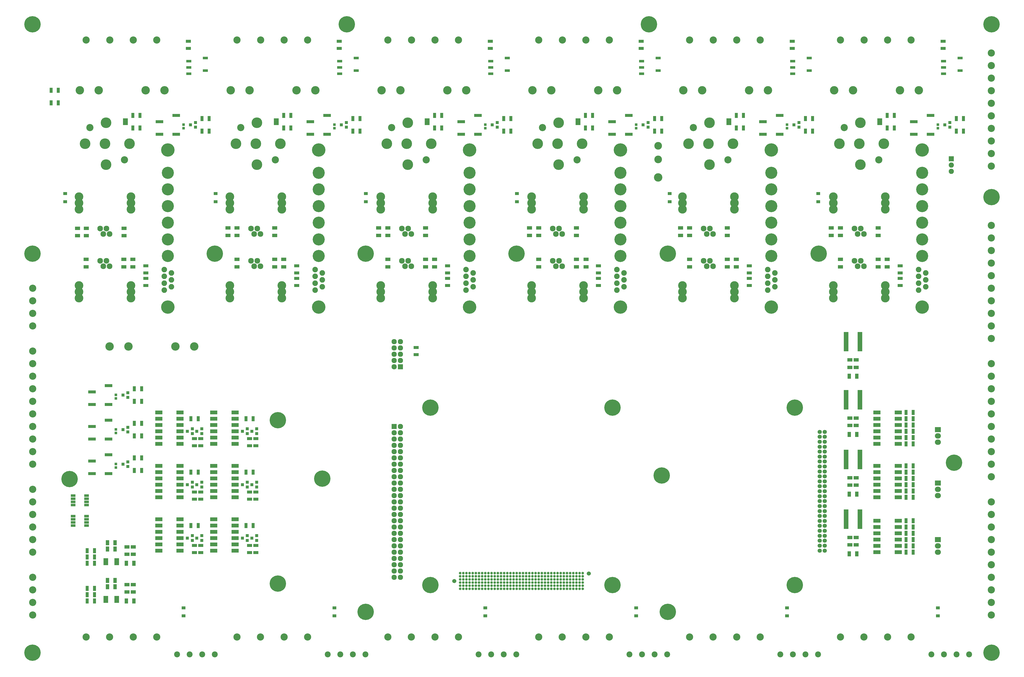
<source format=gbr>
G04 #@! TF.FileFunction,Soldermask,Top*
%FSLAX46Y46*%
G04 Gerber Fmt 4.6, Leading zero omitted, Abs format (unit mm)*
G04 Created by KiCad (PCBNEW 4.0.6) date 07/27/17 10:42:05*
%MOMM*%
%LPD*%
G01*
G04 APERTURE LIST*
%ADD10C,0.100000*%
%ADD11C,6.597600*%
%ADD12R,2.127200X2.127200*%
%ADD13O,2.127200X2.127200*%
%ADD14C,3.400000*%
%ADD15R,1.950000X0.650000*%
%ADD16R,2.000000X1.400000*%
%ADD17R,1.400000X2.000000*%
%ADD18R,1.100000X1.000000*%
%ADD19R,3.060000X1.200000*%
%ADD20R,2.840000X1.530000*%
%ADD21R,2.432000X2.127200*%
%ADD22O,2.432000X2.127200*%
%ADD23R,1.200100X1.200100*%
%ADD24R,1.300000X2.100000*%
%ADD25R,2.100000X1.300000*%
%ADD26C,1.700000*%
%ADD27C,3.397200*%
%ADD28C,3.100000*%
%ADD29R,1.850000X0.850000*%
%ADD30R,1.950000X1.000000*%
%ADD31R,0.800000X0.870000*%
%ADD32R,1.400000X1.450000*%
%ADD33R,0.800000X1.060000*%
%ADD34R,1.620000X1.310000*%
%ADD35R,2.100000X1.100000*%
%ADD36R,1.600000X1.300000*%
%ADD37C,4.300000*%
%ADD38C,2.900000*%
%ADD39C,2.300000*%
%ADD40C,3.500000*%
%ADD41C,2.250000*%
%ADD42C,5.400000*%
%ADD43C,4.900000*%
%ADD44C,1.670000*%
%ADD45C,1.040000*%
%ADD46R,2.100000X2.100000*%
%ADD47O,2.100000X2.100000*%
%ADD48C,2.400000*%
G04 APERTURE END LIST*
D10*
D11*
X457403200Y-252095000D03*
X339293200Y-257302000D03*
X202133200Y-258572000D03*
X100025200Y-258699000D03*
X319410000Y-229870000D03*
X393040000Y-229870000D03*
X393040000Y-301600000D03*
X319410000Y-301600000D03*
X245770000Y-301600000D03*
X245770000Y-229870000D03*
X184150000Y-300990000D03*
X184150000Y-234950000D03*
D12*
X231140000Y-237490000D03*
D13*
X233680000Y-237490000D03*
X231140000Y-240030000D03*
X233680000Y-240030000D03*
X231140000Y-242570000D03*
X233680000Y-242570000D03*
X231140000Y-245110000D03*
X233680000Y-245110000D03*
X231140000Y-247650000D03*
X233680000Y-247650000D03*
X231140000Y-250190000D03*
X233680000Y-250190000D03*
X231140000Y-252730000D03*
X233680000Y-252730000D03*
X231140000Y-255270000D03*
X233680000Y-255270000D03*
X231140000Y-257810000D03*
X233680000Y-257810000D03*
X231140000Y-260350000D03*
X233680000Y-260350000D03*
X231140000Y-262890000D03*
X233680000Y-262890000D03*
X231140000Y-265430000D03*
X233680000Y-265430000D03*
X231140000Y-267970000D03*
X233680000Y-267970000D03*
X231140000Y-270510000D03*
X233680000Y-270510000D03*
X231140000Y-273050000D03*
X233680000Y-273050000D03*
X231140000Y-275590000D03*
X233680000Y-275590000D03*
X231140000Y-278130000D03*
X233680000Y-278130000D03*
X231140000Y-280670000D03*
X233680000Y-280670000D03*
X231140000Y-283210000D03*
X233680000Y-283210000D03*
X231140000Y-285750000D03*
X233680000Y-285750000D03*
X231140000Y-288290000D03*
X233680000Y-288290000D03*
X231140000Y-290830000D03*
X233680000Y-290830000D03*
X231140000Y-293370000D03*
X233680000Y-293370000D03*
X231140000Y-295910000D03*
X233680000Y-295910000D03*
X231140000Y-298450000D03*
X233680000Y-298450000D03*
D14*
X123825000Y-205105000D03*
X116205000Y-205105000D03*
X116205000Y-205105000D03*
X142795000Y-205105000D03*
X150415000Y-205105000D03*
D15*
X419360000Y-199625000D03*
X413760000Y-199625000D03*
X419360000Y-200275000D03*
X413760000Y-200275000D03*
X419360000Y-200925000D03*
X413760000Y-200925000D03*
X419360000Y-201575000D03*
X413760000Y-201575000D03*
X419360000Y-202225000D03*
X413760000Y-202225000D03*
X419360000Y-202875000D03*
X413760000Y-202875000D03*
X419360000Y-203525000D03*
X413760000Y-203525000D03*
X419360000Y-204175000D03*
X413760000Y-204175000D03*
X419360000Y-204825000D03*
X413760000Y-204825000D03*
X419360000Y-205475000D03*
X413760000Y-205475000D03*
X419360000Y-206125000D03*
X413760000Y-206125000D03*
X419360000Y-206775000D03*
X413760000Y-206775000D03*
X419360000Y-223120000D03*
X413760000Y-223120000D03*
X419360000Y-223770000D03*
X413760000Y-223770000D03*
X419360000Y-224420000D03*
X413760000Y-224420000D03*
X419360000Y-225070000D03*
X413760000Y-225070000D03*
X419360000Y-225720000D03*
X413760000Y-225720000D03*
X419360000Y-226370000D03*
X413760000Y-226370000D03*
X419360000Y-227020000D03*
X413760000Y-227020000D03*
X419360000Y-227670000D03*
X413760000Y-227670000D03*
X419360000Y-228320000D03*
X413760000Y-228320000D03*
X419360000Y-228970000D03*
X413760000Y-228970000D03*
X419360000Y-229620000D03*
X413760000Y-229620000D03*
X419360000Y-230270000D03*
X413760000Y-230270000D03*
X419360000Y-247250000D03*
X413760000Y-247250000D03*
X419360000Y-247900000D03*
X413760000Y-247900000D03*
X419360000Y-248550000D03*
X413760000Y-248550000D03*
X419360000Y-249200000D03*
X413760000Y-249200000D03*
X419360000Y-249850000D03*
X413760000Y-249850000D03*
X419360000Y-250500000D03*
X413760000Y-250500000D03*
X419360000Y-251150000D03*
X413760000Y-251150000D03*
X419360000Y-251800000D03*
X413760000Y-251800000D03*
X419360000Y-252450000D03*
X413760000Y-252450000D03*
X419360000Y-253100000D03*
X413760000Y-253100000D03*
X419360000Y-253750000D03*
X413760000Y-253750000D03*
X419360000Y-254400000D03*
X413760000Y-254400000D03*
X419360000Y-271380000D03*
X413760000Y-271380000D03*
X419360000Y-272030000D03*
X413760000Y-272030000D03*
X419360000Y-272680000D03*
X413760000Y-272680000D03*
X419360000Y-273330000D03*
X413760000Y-273330000D03*
X419360000Y-273980000D03*
X413760000Y-273980000D03*
X419360000Y-274630000D03*
X413760000Y-274630000D03*
X419360000Y-275280000D03*
X413760000Y-275280000D03*
X419360000Y-275930000D03*
X413760000Y-275930000D03*
X419360000Y-276580000D03*
X413760000Y-276580000D03*
X419360000Y-277230000D03*
X413760000Y-277230000D03*
X419360000Y-277880000D03*
X413760000Y-277880000D03*
X419360000Y-278530000D03*
X413760000Y-278530000D03*
D16*
X417830000Y-210590000D03*
X417830000Y-213590000D03*
X415290000Y-210590000D03*
X415290000Y-213590000D03*
D17*
X418060000Y-217170000D03*
X415060000Y-217170000D03*
D16*
X417830000Y-258215000D03*
X417830000Y-261215000D03*
X415290000Y-258215000D03*
X415290000Y-261215000D03*
D17*
X418060000Y-264795000D03*
X415060000Y-264795000D03*
D16*
X417830000Y-234085000D03*
X417830000Y-237085000D03*
X415290000Y-234085000D03*
X415290000Y-237085000D03*
D17*
X418060000Y-240665000D03*
X415060000Y-240665000D03*
D16*
X417830000Y-282345000D03*
X417830000Y-285345000D03*
X415290000Y-282345000D03*
X415290000Y-285345000D03*
D17*
X418060000Y-288925000D03*
X415060000Y-288925000D03*
D16*
X106680000Y-172950000D03*
X106680000Y-169950000D03*
X123190000Y-289155000D03*
X123190000Y-286155000D03*
X106756200Y-157377000D03*
X106756200Y-160377000D03*
D17*
X125960000Y-292735000D03*
X122960000Y-292735000D03*
X115340000Y-287020000D03*
X118340000Y-287020000D03*
D16*
X125730000Y-286155000D03*
X125730000Y-289155000D03*
D17*
X115340000Y-284480000D03*
X118340000Y-284480000D03*
D16*
X121920000Y-172950000D03*
X121920000Y-169950000D03*
X121996200Y-157377000D03*
X121996200Y-160377000D03*
X123190000Y-304395000D03*
X123190000Y-301395000D03*
D17*
X125960000Y-307975000D03*
X122960000Y-307975000D03*
X115340000Y-302260000D03*
X118340000Y-302260000D03*
D16*
X125730000Y-301395000D03*
X125730000Y-304395000D03*
D17*
X115340000Y-299720000D03*
X118340000Y-299720000D03*
D16*
X167640000Y-172950000D03*
X167640000Y-169950000D03*
X167640000Y-157250000D03*
X167640000Y-160250000D03*
X182880000Y-172950000D03*
X182880000Y-169950000D03*
X182880000Y-157250000D03*
X182880000Y-160250000D03*
X228600000Y-172950000D03*
X228600000Y-169950000D03*
X228600000Y-157250000D03*
X228600000Y-160250000D03*
X243840000Y-172950000D03*
X243840000Y-169950000D03*
X243840000Y-157250000D03*
X243840000Y-160250000D03*
X289560000Y-172950000D03*
X289560000Y-169950000D03*
X289560000Y-157250000D03*
X289560000Y-160250000D03*
X304800000Y-172950000D03*
X304800000Y-169950000D03*
X304800000Y-157250000D03*
X304800000Y-160250000D03*
X350520000Y-172950000D03*
X350520000Y-169950000D03*
X350520000Y-157250000D03*
X350520000Y-160250000D03*
X365760000Y-172950000D03*
X365760000Y-169950000D03*
X365760000Y-157250000D03*
X365760000Y-160250000D03*
X411480000Y-169950000D03*
X411480000Y-172950000D03*
X411480000Y-157250000D03*
X411480000Y-160250000D03*
X426720000Y-172950000D03*
X426720000Y-169950000D03*
X426720000Y-157250000D03*
X426720000Y-160250000D03*
D12*
X233680000Y-213360000D03*
D13*
X231140000Y-213360000D03*
X233680000Y-210820000D03*
X231140000Y-210820000D03*
X233680000Y-208280000D03*
X231140000Y-208280000D03*
X233680000Y-205740000D03*
X231140000Y-205740000D03*
X233680000Y-203200000D03*
X231140000Y-203200000D03*
D18*
X146050000Y-115505000D03*
X146050000Y-116905000D03*
X118745000Y-224725000D03*
X118745000Y-226125000D03*
X118745000Y-238695000D03*
X118745000Y-240095000D03*
X118745000Y-252665000D03*
X118745000Y-254065000D03*
X207010000Y-115505000D03*
X207010000Y-116905000D03*
X267970000Y-115505000D03*
X267970000Y-116905000D03*
X328930000Y-115505000D03*
X328930000Y-116905000D03*
X389890000Y-115505000D03*
X389890000Y-116905000D03*
X450850000Y-115505000D03*
X450850000Y-116905000D03*
D19*
X115765000Y-220980000D03*
X109025000Y-223520000D03*
X115765000Y-228600000D03*
X109025000Y-228600000D03*
X143070000Y-111760000D03*
X136330000Y-114300000D03*
X143070000Y-119380000D03*
X136330000Y-119380000D03*
X204030000Y-111760000D03*
X197290000Y-114300000D03*
X204030000Y-119380000D03*
X197290000Y-119380000D03*
X264990000Y-111760000D03*
X258250000Y-114300000D03*
X264990000Y-119380000D03*
X258250000Y-119380000D03*
X325950000Y-111760000D03*
X319210000Y-114300000D03*
X325950000Y-119380000D03*
X319210000Y-119380000D03*
X386910000Y-111760000D03*
X380170000Y-114300000D03*
X386910000Y-119380000D03*
X380170000Y-119380000D03*
X447870000Y-111760000D03*
X441130000Y-114300000D03*
X447870000Y-119380000D03*
X441130000Y-119380000D03*
D20*
X434830000Y-231775000D03*
X426230000Y-231775000D03*
X434830000Y-234315000D03*
X426230000Y-234315000D03*
X434830000Y-236855000D03*
X426230000Y-236855000D03*
X434830000Y-239395000D03*
X426230000Y-239395000D03*
X434830000Y-241935000D03*
X426230000Y-241935000D03*
X434830000Y-244475000D03*
X426230000Y-244475000D03*
X434830000Y-253365000D03*
X426230000Y-253365000D03*
X434830000Y-255905000D03*
X426230000Y-255905000D03*
X434830000Y-258445000D03*
X426230000Y-258445000D03*
X434830000Y-260985000D03*
X426230000Y-260985000D03*
X434830000Y-263525000D03*
X426230000Y-263525000D03*
X434830000Y-266065000D03*
X426230000Y-266065000D03*
X434830000Y-275590000D03*
X426230000Y-275590000D03*
X434830000Y-278130000D03*
X426230000Y-278130000D03*
X434830000Y-280670000D03*
X426230000Y-280670000D03*
X434830000Y-283210000D03*
X426230000Y-283210000D03*
X434830000Y-285750000D03*
X426230000Y-285750000D03*
X434830000Y-288290000D03*
X426230000Y-288290000D03*
X136035000Y-244475000D03*
X144635000Y-244475000D03*
X136035000Y-241935000D03*
X144635000Y-241935000D03*
X136035000Y-239395000D03*
X144635000Y-239395000D03*
X136035000Y-236855000D03*
X144635000Y-236855000D03*
X136035000Y-234315000D03*
X144635000Y-234315000D03*
X136035000Y-231775000D03*
X144635000Y-231775000D03*
X136035000Y-266065000D03*
X144635000Y-266065000D03*
X136035000Y-263525000D03*
X144635000Y-263525000D03*
X136035000Y-260985000D03*
X144635000Y-260985000D03*
X136035000Y-258445000D03*
X144635000Y-258445000D03*
X136035000Y-255905000D03*
X144635000Y-255905000D03*
X136035000Y-253365000D03*
X144635000Y-253365000D03*
X136035000Y-287655000D03*
X144635000Y-287655000D03*
X136035000Y-285115000D03*
X144635000Y-285115000D03*
X136035000Y-282575000D03*
X144635000Y-282575000D03*
X136035000Y-280035000D03*
X144635000Y-280035000D03*
X136035000Y-277495000D03*
X144635000Y-277495000D03*
X136035000Y-274955000D03*
X144635000Y-274955000D03*
X158260000Y-244475000D03*
X166860000Y-244475000D03*
X158260000Y-241935000D03*
X166860000Y-241935000D03*
X158260000Y-239395000D03*
X166860000Y-239395000D03*
X158260000Y-236855000D03*
X166860000Y-236855000D03*
X158260000Y-234315000D03*
X166860000Y-234315000D03*
X158260000Y-231775000D03*
X166860000Y-231775000D03*
X158260000Y-266065000D03*
X166860000Y-266065000D03*
X158260000Y-263525000D03*
X166860000Y-263525000D03*
X158260000Y-260985000D03*
X166860000Y-260985000D03*
X158260000Y-258445000D03*
X166860000Y-258445000D03*
X158260000Y-255905000D03*
X166860000Y-255905000D03*
X158260000Y-253365000D03*
X166860000Y-253365000D03*
X158260000Y-287655000D03*
X166860000Y-287655000D03*
X158260000Y-285115000D03*
X166860000Y-285115000D03*
X158260000Y-282575000D03*
X166860000Y-282575000D03*
X158260000Y-280035000D03*
X166860000Y-280035000D03*
X158260000Y-277495000D03*
X166860000Y-277495000D03*
X158260000Y-274955000D03*
X166860000Y-274955000D03*
D14*
X111760000Y-101600000D03*
X104140000Y-101600000D03*
X104140000Y-101600000D03*
X130730000Y-101600000D03*
X138350000Y-101600000D03*
X172720000Y-101600000D03*
X165100000Y-101600000D03*
X165100000Y-101600000D03*
X191690000Y-101600000D03*
X199310000Y-101600000D03*
X233680000Y-101600000D03*
X226060000Y-101600000D03*
X226060000Y-101600000D03*
X252650000Y-101600000D03*
X260270000Y-101600000D03*
X294640000Y-101600000D03*
X287020000Y-101600000D03*
X287020000Y-101600000D03*
X313610000Y-101600000D03*
X321230000Y-101600000D03*
X355600000Y-101600000D03*
X347980000Y-101600000D03*
X347980000Y-101600000D03*
X374570000Y-101600000D03*
X382190000Y-101600000D03*
X416560000Y-101600000D03*
X408940000Y-101600000D03*
X408940000Y-101600000D03*
X435530000Y-101600000D03*
X443150000Y-101600000D03*
D21*
X450850000Y-238760000D03*
D22*
X450850000Y-241300000D03*
X450850000Y-243840000D03*
D21*
X450850000Y-260350000D03*
D22*
X450850000Y-262890000D03*
X450850000Y-265430000D03*
D21*
X450850000Y-283210000D03*
D22*
X450850000Y-285750000D03*
X450850000Y-288290000D03*
D23*
X150860760Y-116520000D03*
X150860760Y-114620000D03*
X148861780Y-115570000D03*
X153400760Y-240345000D03*
X153400760Y-238445000D03*
X151401780Y-239395000D03*
X149590760Y-240345000D03*
X149590760Y-238445000D03*
X147591780Y-239395000D03*
X123555760Y-225740000D03*
X123555760Y-223840000D03*
X121556780Y-224790000D03*
X123555760Y-239710000D03*
X123555760Y-237810000D03*
X121556780Y-238760000D03*
X123555760Y-253680000D03*
X123555760Y-251780000D03*
X121556780Y-252730000D03*
X153400760Y-261935000D03*
X153400760Y-260035000D03*
X151401780Y-260985000D03*
X211820760Y-116520000D03*
X211820760Y-114620000D03*
X209821780Y-115570000D03*
X149590760Y-261935000D03*
X149590760Y-260035000D03*
X147591780Y-260985000D03*
X153400760Y-283525000D03*
X153400760Y-281625000D03*
X151401780Y-282575000D03*
X272780760Y-116520000D03*
X272780760Y-114620000D03*
X270781780Y-115570000D03*
X149590760Y-283525000D03*
X149590760Y-281625000D03*
X147591780Y-282575000D03*
X175625760Y-240345000D03*
X175625760Y-238445000D03*
X173626780Y-239395000D03*
X333740760Y-116520000D03*
X333740760Y-114620000D03*
X331741780Y-115570000D03*
X171815760Y-240345000D03*
X171815760Y-238445000D03*
X169816780Y-239395000D03*
X175625760Y-261935000D03*
X175625760Y-260035000D03*
X173626780Y-260985000D03*
X394700760Y-116520000D03*
X394700760Y-114620000D03*
X392701780Y-115570000D03*
X171815760Y-261935000D03*
X171815760Y-260035000D03*
X169816780Y-260985000D03*
X175625760Y-283525000D03*
X175625760Y-281625000D03*
X173626780Y-282575000D03*
X455660760Y-116520000D03*
X455660760Y-114620000D03*
X453661780Y-115570000D03*
X171815760Y-283525000D03*
X171815760Y-281625000D03*
X169816780Y-282575000D03*
D24*
X125550000Y-116840000D03*
X128450000Y-116840000D03*
X125550000Y-111760000D03*
X128450000Y-111760000D03*
X153490000Y-118110000D03*
X156390000Y-118110000D03*
X153490000Y-113030000D03*
X156390000Y-113030000D03*
D25*
X153035000Y-242390000D03*
X153035000Y-245290000D03*
X150495000Y-242390000D03*
X150495000Y-245290000D03*
D24*
X151945000Y-234315000D03*
X149045000Y-234315000D03*
X126185000Y-222250000D03*
X129085000Y-222250000D03*
X126185000Y-236220000D03*
X129085000Y-236220000D03*
X126185000Y-250190000D03*
X129085000Y-250190000D03*
X126185000Y-227330000D03*
X129085000Y-227330000D03*
X126185000Y-241300000D03*
X129085000Y-241300000D03*
X126185000Y-255270000D03*
X129085000Y-255270000D03*
X107135000Y-290195000D03*
X110035000Y-290195000D03*
X107135000Y-287655000D03*
X110035000Y-287655000D03*
X107135000Y-292735000D03*
X110035000Y-292735000D03*
X95430000Y-101600000D03*
X92530000Y-101600000D03*
X92530000Y-106680000D03*
X95430000Y-106680000D03*
D25*
X240030000Y-208460000D03*
X240030000Y-205560000D03*
D24*
X440870000Y-253365000D03*
X437970000Y-253365000D03*
X440870000Y-255905000D03*
X437970000Y-255905000D03*
X440870000Y-258445000D03*
X437970000Y-258445000D03*
X440870000Y-260985000D03*
X437970000Y-260985000D03*
X440870000Y-263525000D03*
X437970000Y-263525000D03*
X440870000Y-266065000D03*
X437970000Y-266065000D03*
X440870000Y-231775000D03*
X437970000Y-231775000D03*
X440870000Y-234315000D03*
X437970000Y-234315000D03*
X440870000Y-236855000D03*
X437970000Y-236855000D03*
X440870000Y-239395000D03*
X437970000Y-239395000D03*
X440870000Y-241935000D03*
X437970000Y-241935000D03*
X440870000Y-244475000D03*
X437970000Y-244475000D03*
X440870000Y-275590000D03*
X437970000Y-275590000D03*
X440870000Y-278130000D03*
X437970000Y-278130000D03*
X440870000Y-280670000D03*
X437970000Y-280670000D03*
X440870000Y-283210000D03*
X437970000Y-283210000D03*
X440870000Y-285750000D03*
X437970000Y-285750000D03*
X440870000Y-288290000D03*
X437970000Y-288290000D03*
X107135000Y-305435000D03*
X110035000Y-305435000D03*
X107135000Y-302895000D03*
X110035000Y-302895000D03*
X107135000Y-307975000D03*
X110035000Y-307975000D03*
D25*
X130810000Y-180520000D03*
X130810000Y-177620000D03*
X130810000Y-172540000D03*
X130810000Y-175440000D03*
X150495000Y-263980000D03*
X150495000Y-266880000D03*
D24*
X214450000Y-113030000D03*
X217350000Y-113030000D03*
X186510000Y-111760000D03*
X189410000Y-111760000D03*
D25*
X153035000Y-263980000D03*
X153035000Y-266880000D03*
D24*
X214450000Y-118110000D03*
X217350000Y-118110000D03*
X186510000Y-116840000D03*
X189410000Y-116840000D03*
X151945000Y-255905000D03*
X149045000Y-255905000D03*
D25*
X191770000Y-180520000D03*
X191770000Y-177620000D03*
X191770000Y-172540000D03*
X191770000Y-175440000D03*
X150495000Y-285570000D03*
X150495000Y-288470000D03*
D24*
X275410000Y-113030000D03*
X278310000Y-113030000D03*
X247470000Y-111760000D03*
X250370000Y-111760000D03*
D25*
X153035000Y-285570000D03*
X153035000Y-288470000D03*
D24*
X275410000Y-118110000D03*
X278310000Y-118110000D03*
X247470000Y-116840000D03*
X250370000Y-116840000D03*
X151945000Y-277495000D03*
X149045000Y-277495000D03*
D25*
X252730000Y-180520000D03*
X252730000Y-177620000D03*
X252730000Y-172540000D03*
X252730000Y-175440000D03*
X172720000Y-242390000D03*
X172720000Y-245290000D03*
D24*
X336370000Y-113030000D03*
X339270000Y-113030000D03*
X308430000Y-111760000D03*
X311330000Y-111760000D03*
D25*
X175260000Y-242390000D03*
X175260000Y-245290000D03*
D24*
X336370000Y-118110000D03*
X339270000Y-118110000D03*
X308430000Y-116840000D03*
X311330000Y-116840000D03*
X174170000Y-234315000D03*
X171270000Y-234315000D03*
D25*
X313690000Y-180520000D03*
X313690000Y-177620000D03*
X313690000Y-172540000D03*
X313690000Y-175440000D03*
X172720000Y-263980000D03*
X172720000Y-266880000D03*
D24*
X397330000Y-113030000D03*
X400230000Y-113030000D03*
X369390000Y-111760000D03*
X372290000Y-111760000D03*
D25*
X175260000Y-263980000D03*
X175260000Y-266880000D03*
D24*
X397330000Y-118110000D03*
X400230000Y-118110000D03*
X369390000Y-116840000D03*
X372290000Y-116840000D03*
X174170000Y-255905000D03*
X171270000Y-255905000D03*
D25*
X374650000Y-180520000D03*
X374650000Y-177620000D03*
X374650000Y-172540000D03*
X374650000Y-175440000D03*
X172720000Y-285570000D03*
X172720000Y-288470000D03*
D24*
X458290000Y-113030000D03*
X461190000Y-113030000D03*
X430350000Y-111760000D03*
X433250000Y-111760000D03*
D25*
X175260000Y-285570000D03*
X175260000Y-288470000D03*
D24*
X458290000Y-118110000D03*
X461190000Y-118110000D03*
X430350000Y-116840000D03*
X433250000Y-116840000D03*
X174170000Y-277495000D03*
X171270000Y-277495000D03*
D25*
X435610000Y-180520000D03*
X435610000Y-177620000D03*
X435610000Y-172540000D03*
X435610000Y-175440000D03*
D19*
X115765000Y-234950000D03*
X109025000Y-237490000D03*
X115765000Y-242570000D03*
X109025000Y-242570000D03*
X115765000Y-248920000D03*
X109025000Y-251460000D03*
X115765000Y-256540000D03*
X109025000Y-256540000D03*
D26*
X405130000Y-287655000D03*
X403130000Y-287655000D03*
X405130000Y-285655000D03*
X403130000Y-285655000D03*
X405130000Y-283655000D03*
X403130000Y-283655000D03*
X405130000Y-281655000D03*
X403130000Y-281655000D03*
X405130000Y-279655000D03*
X403130000Y-279655000D03*
X405130000Y-277655000D03*
X403130000Y-277655000D03*
X405130000Y-275655000D03*
X403130000Y-275655000D03*
X405130000Y-273655000D03*
X403130000Y-273655000D03*
X405130000Y-271655000D03*
X403130000Y-271655000D03*
X405130000Y-269655000D03*
X403130000Y-269655000D03*
X405130000Y-267655000D03*
X403130000Y-267655000D03*
X405130000Y-265655000D03*
X403130000Y-265655000D03*
X405130000Y-263655000D03*
X403130000Y-263655000D03*
X405130000Y-261655000D03*
X403130000Y-261655000D03*
X405130000Y-259655000D03*
X403130000Y-259655000D03*
X405130000Y-257655000D03*
X403130000Y-257655000D03*
X405130000Y-255655000D03*
X403130000Y-255655000D03*
X405130000Y-253655000D03*
X403130000Y-253655000D03*
X405130000Y-251655000D03*
X403130000Y-251655000D03*
X405130000Y-249655000D03*
X403130000Y-249655000D03*
X405130000Y-247655000D03*
X403130000Y-247655000D03*
X405130000Y-245655000D03*
X403130000Y-245655000D03*
X405130000Y-243655000D03*
X403130000Y-243655000D03*
X405130000Y-241655000D03*
X403130000Y-241655000D03*
X405130000Y-239655000D03*
X403130000Y-239655000D03*
D27*
X337820000Y-136855200D03*
D28*
X337820000Y-124040000D03*
X337820000Y-129540000D03*
D29*
X119040000Y-293075000D03*
X119040000Y-292425000D03*
X119040000Y-291775000D03*
X119040000Y-291125000D03*
X114640000Y-291125000D03*
X114640000Y-291775000D03*
X114640000Y-292425000D03*
X114640000Y-293075000D03*
X119040000Y-308315000D03*
X119040000Y-307665000D03*
X119040000Y-307015000D03*
X119040000Y-306365000D03*
X114640000Y-306365000D03*
X114640000Y-307015000D03*
X114640000Y-307665000D03*
X114640000Y-308315000D03*
D30*
X101440000Y-265430000D03*
X101440000Y-266700000D03*
X101440000Y-267970000D03*
X101440000Y-269240000D03*
X106840000Y-269240000D03*
X106840000Y-267970000D03*
X106840000Y-266700000D03*
X106840000Y-265430000D03*
X101440000Y-273685000D03*
X101440000Y-274955000D03*
X101440000Y-276225000D03*
X101440000Y-277495000D03*
X106840000Y-277495000D03*
X106840000Y-276225000D03*
X106840000Y-274955000D03*
X106840000Y-273685000D03*
D31*
X426705000Y-115215000D03*
X427355000Y-115215000D03*
X428005000Y-115215000D03*
X426705000Y-113385000D03*
X427355000Y-113385000D03*
X428005000Y-113385000D03*
D32*
X427055000Y-114300000D03*
D33*
X428005000Y-114300000D03*
D31*
X365745000Y-115215000D03*
X366395000Y-115215000D03*
X367045000Y-115215000D03*
X365745000Y-113385000D03*
X366395000Y-113385000D03*
X367045000Y-113385000D03*
D32*
X366095000Y-114300000D03*
D33*
X367045000Y-114300000D03*
D31*
X304785000Y-115215000D03*
X305435000Y-115215000D03*
X306085000Y-115215000D03*
X304785000Y-113385000D03*
X305435000Y-113385000D03*
X306085000Y-113385000D03*
D32*
X305135000Y-114300000D03*
D33*
X306085000Y-114300000D03*
D31*
X243825000Y-115215000D03*
X244475000Y-115215000D03*
X245125000Y-115215000D03*
X243825000Y-113385000D03*
X244475000Y-113385000D03*
X245125000Y-113385000D03*
D32*
X244175000Y-114300000D03*
D33*
X245125000Y-114300000D03*
D31*
X182865000Y-115215000D03*
X183515000Y-115215000D03*
X184165000Y-115215000D03*
X182865000Y-113385000D03*
X183515000Y-113385000D03*
X184165000Y-113385000D03*
D32*
X183215000Y-114300000D03*
D33*
X184165000Y-114300000D03*
D31*
X121905000Y-115215000D03*
X122555000Y-115215000D03*
X123205000Y-115215000D03*
X121905000Y-113385000D03*
X122555000Y-113385000D03*
X123205000Y-113385000D03*
D32*
X122255000Y-114300000D03*
D33*
X123205000Y-114300000D03*
D34*
X450850000Y-310785000D03*
X450850000Y-314055000D03*
X389890000Y-310785000D03*
X389890000Y-314055000D03*
X328930000Y-310785000D03*
X328930000Y-314055000D03*
X267970000Y-310785000D03*
X267970000Y-314055000D03*
X207010000Y-310785000D03*
X207010000Y-314055000D03*
X146050000Y-310785000D03*
X146050000Y-314055000D03*
D16*
X125552200Y-172950000D03*
X125552200Y-169950000D03*
X103200200Y-157377000D03*
X103200200Y-160377000D03*
X186512200Y-172950000D03*
X186512200Y-169950000D03*
X164033200Y-157250000D03*
X164033200Y-160250000D03*
X247472200Y-172950000D03*
X247472200Y-169950000D03*
X224866200Y-157250000D03*
X224866200Y-160250000D03*
X308686200Y-172950000D03*
X308686200Y-169950000D03*
X285826200Y-157250000D03*
X285826200Y-160250000D03*
X369392200Y-172950000D03*
X369392200Y-169950000D03*
X346913200Y-157250000D03*
X346913200Y-160250000D03*
X430352200Y-172950000D03*
X430352200Y-169950000D03*
X407746200Y-157250000D03*
X407746200Y-160250000D03*
D11*
X85039200Y-74930000D03*
X85039200Y-167640000D03*
X85039200Y-328930000D03*
X212039200Y-74930000D03*
X158699200Y-167640000D03*
X219659200Y-167640000D03*
X219659200Y-312420000D03*
X280619200Y-167640000D03*
X334086200Y-74930000D03*
X341706200Y-167640000D03*
X341706200Y-312420000D03*
X402666200Y-167640000D03*
X472516200Y-74930000D03*
X472516200Y-144780000D03*
X472516200Y-328930000D03*
D35*
X154848200Y-88534000D03*
X154848200Y-93614000D03*
X148148200Y-89804000D03*
X148148200Y-92344000D03*
X148148200Y-94884000D03*
D36*
X98248200Y-143309000D03*
X98248200Y-146609000D03*
X158998200Y-143309000D03*
X158998200Y-146609000D03*
X219748200Y-143309000D03*
X219748200Y-146609000D03*
X280748200Y-143309000D03*
X280748200Y-146609000D03*
X342498200Y-143309000D03*
X342498200Y-146609000D03*
X402498200Y-143309000D03*
X402498200Y-146609000D03*
D35*
X215848200Y-88534000D03*
X215848200Y-93614000D03*
X209148200Y-89804000D03*
X209148200Y-92344000D03*
X209148200Y-94884000D03*
X276848200Y-88534000D03*
X276848200Y-93614000D03*
X270148200Y-89804000D03*
X270148200Y-92344000D03*
X270148200Y-94884000D03*
X337848200Y-88534000D03*
X337848200Y-93614000D03*
X331148200Y-89804000D03*
X331148200Y-92344000D03*
X331148200Y-94884000D03*
X398848200Y-88534000D03*
X398848200Y-93614000D03*
X392148200Y-89804000D03*
X392148200Y-92344000D03*
X392148200Y-94884000D03*
X459848200Y-88534000D03*
X459848200Y-93614000D03*
X453148200Y-89804000D03*
X453148200Y-92344000D03*
X453148200Y-94884000D03*
D37*
X419506400Y-114757200D03*
X419506400Y-131648200D03*
X411099000Y-123190000D03*
X429006000Y-123190000D03*
X419100000Y-123190000D03*
D38*
X413004000Y-116687600D03*
X426999400Y-129692400D03*
D37*
X297586400Y-114757200D03*
X297586400Y-131648200D03*
X289179000Y-123190000D03*
X307086000Y-123190000D03*
X297180000Y-123190000D03*
D38*
X291084000Y-116687600D03*
X305079400Y-129692400D03*
D37*
X236626400Y-114757200D03*
X236626400Y-131648200D03*
X228219000Y-123190000D03*
X246126000Y-123190000D03*
X236220000Y-123190000D03*
D38*
X230124000Y-116687600D03*
X244119400Y-129692400D03*
D37*
X175666400Y-114757200D03*
X175666400Y-131648200D03*
X167259000Y-123190000D03*
X185166000Y-123190000D03*
X175260000Y-123190000D03*
D38*
X169164000Y-116687600D03*
X183159400Y-129692400D03*
D37*
X114706400Y-114757200D03*
X114706400Y-131648200D03*
X106299000Y-123190000D03*
X124206000Y-123190000D03*
X114300000Y-123190000D03*
D38*
X108204000Y-116687600D03*
X122199400Y-129692400D03*
D37*
X358546400Y-114757200D03*
X358546400Y-131648200D03*
X350139000Y-123190000D03*
X368046000Y-123190000D03*
X358140000Y-123190000D03*
D38*
X352044000Y-116687600D03*
X366039400Y-129692400D03*
D39*
X421005000Y-172720000D03*
X418465000Y-172720000D03*
X419735000Y-170520000D03*
X417195000Y-170520000D03*
D40*
X408600000Y-183030000D03*
X408600000Y-185570000D03*
X408600000Y-180490000D03*
X429600000Y-185570000D03*
X429600000Y-183030000D03*
X429600000Y-180490000D03*
D39*
X360045000Y-172720000D03*
X357505000Y-172720000D03*
X358775000Y-170520000D03*
X356235000Y-170520000D03*
D40*
X347640000Y-183030000D03*
X347640000Y-185570000D03*
X347640000Y-180490000D03*
X368640000Y-185570000D03*
X368640000Y-183030000D03*
X368640000Y-180490000D03*
D39*
X299085000Y-172720000D03*
X296545000Y-172720000D03*
X297815000Y-170520000D03*
X295275000Y-170520000D03*
D40*
X286680000Y-183030000D03*
X286680000Y-185570000D03*
X286680000Y-180490000D03*
X307680000Y-185570000D03*
X307680000Y-183030000D03*
X307680000Y-180490000D03*
D39*
X238125000Y-172720000D03*
X235585000Y-172720000D03*
X236855000Y-170520000D03*
X234315000Y-170520000D03*
D40*
X225720000Y-183030000D03*
X225720000Y-185570000D03*
X225720000Y-180490000D03*
X246720000Y-185570000D03*
X246720000Y-183030000D03*
X246720000Y-180490000D03*
D39*
X177165000Y-172720000D03*
X174625000Y-172720000D03*
X175895000Y-170520000D03*
X173355000Y-170520000D03*
D40*
X164760000Y-183030000D03*
X164760000Y-185570000D03*
X164760000Y-180490000D03*
X185760000Y-185570000D03*
X185760000Y-183030000D03*
X185760000Y-180490000D03*
D39*
X116205000Y-172720000D03*
X113665000Y-172720000D03*
X114935000Y-170520000D03*
X112395000Y-170520000D03*
D40*
X103800000Y-183030000D03*
X103800000Y-185570000D03*
X103800000Y-180490000D03*
X124800000Y-185570000D03*
X124800000Y-183030000D03*
X124800000Y-180490000D03*
D39*
X417195000Y-157480000D03*
X419735000Y-157480000D03*
X418465000Y-159680000D03*
X421005000Y-159680000D03*
D40*
X429600000Y-147170000D03*
X429600000Y-144630000D03*
X429600000Y-149710000D03*
X408600000Y-144630000D03*
X408600000Y-147170000D03*
X408600000Y-149710000D03*
D39*
X356235000Y-157480000D03*
X358775000Y-157480000D03*
X357505000Y-159680000D03*
X360045000Y-159680000D03*
D40*
X368640000Y-147170000D03*
X368640000Y-144630000D03*
X368640000Y-149710000D03*
X347640000Y-144630000D03*
X347640000Y-147170000D03*
X347640000Y-149710000D03*
D39*
X295275000Y-157480000D03*
X297815000Y-157480000D03*
X296545000Y-159680000D03*
X299085000Y-159680000D03*
D40*
X307680000Y-147170000D03*
X307680000Y-144630000D03*
X307680000Y-149710000D03*
X286680000Y-144630000D03*
X286680000Y-147170000D03*
X286680000Y-149710000D03*
D39*
X234315000Y-157480000D03*
X236855000Y-157480000D03*
X235585000Y-159680000D03*
X238125000Y-159680000D03*
D40*
X246720000Y-147170000D03*
X246720000Y-144630000D03*
X246720000Y-149710000D03*
X225720000Y-144630000D03*
X225720000Y-147170000D03*
X225720000Y-149710000D03*
D39*
X173355000Y-157480000D03*
X175895000Y-157480000D03*
X174625000Y-159680000D03*
X177165000Y-159680000D03*
D40*
X185760000Y-147170000D03*
X185760000Y-144630000D03*
X185760000Y-149710000D03*
X164760000Y-144630000D03*
X164760000Y-147170000D03*
X164760000Y-149710000D03*
D39*
X112395000Y-157480000D03*
X114935000Y-157480000D03*
X113665000Y-159680000D03*
X116205000Y-159680000D03*
D40*
X124800000Y-147170000D03*
X124800000Y-144630000D03*
X124800000Y-149710000D03*
X103800000Y-144630000D03*
X103800000Y-147170000D03*
X103800000Y-149710000D03*
D41*
X141120000Y-180980000D03*
X141120000Y-178210000D03*
X141120000Y-175440000D03*
X138280000Y-182350000D03*
X138280000Y-179580000D03*
X138280000Y-176810000D03*
X138280000Y-174040000D03*
D42*
X139700000Y-189230000D03*
X139700000Y-125730000D03*
D43*
X139700000Y-168600000D03*
X139700000Y-161870000D03*
X139700000Y-155140000D03*
X139700000Y-148410000D03*
X139700000Y-141680000D03*
X139700000Y-134950000D03*
D41*
X202080000Y-180980000D03*
X202080000Y-178210000D03*
X202080000Y-175440000D03*
X199240000Y-182350000D03*
X199240000Y-179580000D03*
X199240000Y-176810000D03*
X199240000Y-174040000D03*
D42*
X200660000Y-189230000D03*
X200660000Y-125730000D03*
D43*
X200660000Y-168600000D03*
X200660000Y-161870000D03*
X200660000Y-155140000D03*
X200660000Y-148410000D03*
X200660000Y-141680000D03*
X200660000Y-134950000D03*
D41*
X263040000Y-180980000D03*
X263040000Y-178210000D03*
X263040000Y-175440000D03*
X260200000Y-182350000D03*
X260200000Y-179580000D03*
X260200000Y-176810000D03*
X260200000Y-174040000D03*
D42*
X261620000Y-189230000D03*
X261620000Y-125730000D03*
D43*
X261620000Y-168600000D03*
X261620000Y-161870000D03*
X261620000Y-155140000D03*
X261620000Y-148410000D03*
X261620000Y-141680000D03*
X261620000Y-134950000D03*
D41*
X324000000Y-180980000D03*
X324000000Y-178210000D03*
X324000000Y-175440000D03*
X321160000Y-182350000D03*
X321160000Y-179580000D03*
X321160000Y-176810000D03*
X321160000Y-174040000D03*
D42*
X322580000Y-189230000D03*
X322580000Y-125730000D03*
D43*
X322580000Y-168600000D03*
X322580000Y-161870000D03*
X322580000Y-155140000D03*
X322580000Y-148410000D03*
X322580000Y-141680000D03*
X322580000Y-134950000D03*
D41*
X384960000Y-180980000D03*
X384960000Y-178210000D03*
X384960000Y-175440000D03*
X382120000Y-182350000D03*
X382120000Y-179580000D03*
X382120000Y-176810000D03*
X382120000Y-174040000D03*
D42*
X383540000Y-189230000D03*
X383540000Y-125730000D03*
D43*
X383540000Y-168600000D03*
X383540000Y-161870000D03*
X383540000Y-155140000D03*
X383540000Y-148410000D03*
X383540000Y-141680000D03*
X383540000Y-134950000D03*
D41*
X445920000Y-180980000D03*
X445920000Y-178210000D03*
X445920000Y-175440000D03*
X443080000Y-182350000D03*
X443080000Y-179580000D03*
X443080000Y-176810000D03*
X443080000Y-174040000D03*
D42*
X444500000Y-189230000D03*
X444500000Y-125730000D03*
D43*
X444500000Y-168600000D03*
X444500000Y-161870000D03*
X444500000Y-155140000D03*
X444500000Y-148410000D03*
X444500000Y-141680000D03*
X444500000Y-134950000D03*
D44*
X255410000Y-299950000D03*
D45*
X257835000Y-303125000D03*
X257835000Y-301855000D03*
X257835000Y-300585000D03*
X257835000Y-299315000D03*
X257835000Y-298045000D03*
X257835000Y-296775000D03*
X259105000Y-303125000D03*
X259105000Y-301855000D03*
X259105000Y-300585000D03*
X259105000Y-299315000D03*
X259105000Y-298045000D03*
X259105000Y-296775000D03*
X260375000Y-303125000D03*
X260375000Y-301855000D03*
X260375000Y-300585000D03*
X260375000Y-299315000D03*
X260375000Y-298045000D03*
X260375000Y-296775000D03*
X261645000Y-303125000D03*
X261645000Y-301855000D03*
X261645000Y-300585000D03*
X261645000Y-299315000D03*
X261645000Y-298045000D03*
X261645000Y-296775000D03*
X262915000Y-303125000D03*
X262915000Y-301855000D03*
X262915000Y-300585000D03*
X262915000Y-299315000D03*
X262915000Y-298045000D03*
X262915000Y-296775000D03*
X264185000Y-303125000D03*
X264185000Y-301855000D03*
X264185000Y-300585000D03*
X264185000Y-299315000D03*
X264185000Y-298045000D03*
X264185000Y-296775000D03*
X265455000Y-303125000D03*
X265455000Y-301855000D03*
X265455000Y-300585000D03*
X265455000Y-299315000D03*
X265455000Y-298045000D03*
X265455000Y-296775000D03*
X266725000Y-303125000D03*
X266725000Y-301855000D03*
X266725000Y-300585000D03*
X266725000Y-299315000D03*
X266725000Y-298045000D03*
X266725000Y-296775000D03*
X267995000Y-303125000D03*
X267995000Y-301855000D03*
X267995000Y-300585000D03*
X267995000Y-299315000D03*
X267995000Y-298045000D03*
X267995000Y-296775000D03*
X269265000Y-303125000D03*
X269265000Y-301855000D03*
X269265000Y-300585000D03*
X269265000Y-299315000D03*
X269265000Y-298045000D03*
X269265000Y-296775000D03*
X270535000Y-303125000D03*
X270535000Y-301855000D03*
X270535000Y-300585000D03*
X270535000Y-299315000D03*
X270535000Y-298045000D03*
X270535000Y-296775000D03*
X271805000Y-303125000D03*
X271805000Y-301855000D03*
X271805000Y-300585000D03*
X271805000Y-299315000D03*
X271805000Y-298045000D03*
X271805000Y-296775000D03*
X273075000Y-303125000D03*
X273075000Y-301855000D03*
X273075000Y-300585000D03*
X273075000Y-299315000D03*
X273075000Y-298045000D03*
X273075000Y-296775000D03*
X274345000Y-303125000D03*
X274345000Y-301855000D03*
X274345000Y-300585000D03*
X274345000Y-299315000D03*
X274345000Y-298045000D03*
X274345000Y-296775000D03*
X275615000Y-303125000D03*
X275615000Y-301855000D03*
X275615000Y-300585000D03*
X275615000Y-299315000D03*
X275615000Y-298045000D03*
X275615000Y-296775000D03*
X276885000Y-303125000D03*
X276885000Y-301855000D03*
X276885000Y-300585000D03*
X276885000Y-299315000D03*
X276885000Y-298045000D03*
X276885000Y-296775000D03*
X278155000Y-303125000D03*
X278155000Y-301855000D03*
X278155000Y-300585000D03*
X278155000Y-299315000D03*
X278155000Y-298045000D03*
X278155000Y-296775000D03*
X279425000Y-303125000D03*
X279425000Y-301855000D03*
X279425000Y-300585000D03*
X279425000Y-299315000D03*
X279425000Y-298045000D03*
X279425000Y-296775000D03*
X280695000Y-303125000D03*
X280695000Y-301855000D03*
X280695000Y-300585000D03*
X280695000Y-299315000D03*
X280695000Y-298045000D03*
X280695000Y-296775000D03*
X281965000Y-303125000D03*
X281965000Y-301855000D03*
X281965000Y-300585000D03*
X281965000Y-299315000D03*
X281965000Y-298045000D03*
X281965000Y-296775000D03*
X283235000Y-303125000D03*
X283235000Y-301855000D03*
X283235000Y-300585000D03*
X283235000Y-299315000D03*
X283235000Y-298045000D03*
X283235000Y-296775000D03*
X284505000Y-303125000D03*
X284505000Y-301855000D03*
X284505000Y-300585000D03*
X284505000Y-299315000D03*
X284505000Y-298045000D03*
X284505000Y-296775000D03*
X285775000Y-303125000D03*
X285775000Y-301855000D03*
X285775000Y-300585000D03*
X285775000Y-299315000D03*
X285775000Y-298045000D03*
X285775000Y-296775000D03*
X287045000Y-303125000D03*
X287045000Y-301855000D03*
X287045000Y-300585000D03*
X287045000Y-299315000D03*
X287045000Y-298045000D03*
X287045000Y-296775000D03*
X288315000Y-303125000D03*
X288315000Y-301855000D03*
X288315000Y-300585000D03*
X288315000Y-299315000D03*
X288315000Y-298045000D03*
X288315000Y-296775000D03*
X289585000Y-303125000D03*
X289585000Y-301855000D03*
X289585000Y-300585000D03*
X289585000Y-299315000D03*
X289585000Y-298045000D03*
X289585000Y-296775000D03*
X290855000Y-303125000D03*
X290855000Y-301855000D03*
X290855000Y-300585000D03*
X290855000Y-299315000D03*
X290855000Y-298045000D03*
X290855000Y-296775000D03*
X292125000Y-303125000D03*
X292125000Y-301855000D03*
X292125000Y-300585000D03*
X292125000Y-299315000D03*
X292125000Y-298045000D03*
X292125000Y-296775000D03*
X293395000Y-303125000D03*
X293395000Y-301855000D03*
X293395000Y-300585000D03*
X293395000Y-299315000D03*
X293395000Y-298045000D03*
X293395000Y-296775000D03*
X294665000Y-303125000D03*
X294665000Y-301855000D03*
X294665000Y-300585000D03*
X294665000Y-299315000D03*
X294665000Y-298045000D03*
X294665000Y-296775000D03*
X295935000Y-303125000D03*
X295935000Y-301855000D03*
X295935000Y-300585000D03*
X295935000Y-299315000D03*
X295935000Y-298045000D03*
X295935000Y-296775000D03*
X297205000Y-303125000D03*
X297205000Y-301855000D03*
X297205000Y-300585000D03*
X297205000Y-299315000D03*
X297205000Y-298045000D03*
X297205000Y-296775000D03*
X298475000Y-303125000D03*
X298475000Y-301855000D03*
X298475000Y-300585000D03*
X298475000Y-299315000D03*
X298475000Y-298045000D03*
X298475000Y-296775000D03*
X299745000Y-303125000D03*
X299745000Y-301855000D03*
X299745000Y-300585000D03*
X299745000Y-299315000D03*
X299745000Y-298045000D03*
X299745000Y-296775000D03*
X301015000Y-303125000D03*
X301015000Y-301855000D03*
X301015000Y-300585000D03*
X301015000Y-299315000D03*
X301015000Y-298045000D03*
X301015000Y-296775000D03*
X302285000Y-303125000D03*
X302285000Y-301855000D03*
X302285000Y-300585000D03*
X302285000Y-299315000D03*
X302285000Y-298045000D03*
X302285000Y-296775000D03*
X303555000Y-303125000D03*
X303555000Y-301855000D03*
X303555000Y-300585000D03*
X303555000Y-299315000D03*
X303555000Y-298045000D03*
X303555000Y-296775000D03*
X304825000Y-303125000D03*
X304825000Y-301855000D03*
X304825000Y-300585000D03*
X304825000Y-299315000D03*
X304825000Y-298045000D03*
X304825000Y-296775000D03*
X306095000Y-303125000D03*
X306095000Y-301855000D03*
X306095000Y-300585000D03*
X306095000Y-299315000D03*
X306095000Y-298045000D03*
X306095000Y-296775000D03*
X307365000Y-303125000D03*
X307365000Y-301855000D03*
X307365000Y-300585000D03*
X307365000Y-299315000D03*
X307365000Y-298045000D03*
X307365000Y-296775000D03*
D44*
X309790000Y-296900000D03*
D38*
X106680000Y-322580000D03*
X116200000Y-322580000D03*
X125720000Y-322580000D03*
X135240000Y-322580000D03*
X167640000Y-322580000D03*
X177160000Y-322580000D03*
X186680000Y-322580000D03*
X196200000Y-322580000D03*
X228600000Y-322580000D03*
X238120000Y-322580000D03*
X247640000Y-322580000D03*
X257160000Y-322580000D03*
X289560000Y-322580000D03*
X299080000Y-322580000D03*
X308600000Y-322580000D03*
X318120000Y-322580000D03*
X350520000Y-322580000D03*
X360040000Y-322580000D03*
X369560000Y-322580000D03*
X379080000Y-322580000D03*
X411480000Y-322580000D03*
X421000000Y-322580000D03*
X430520000Y-322580000D03*
X440040000Y-322580000D03*
X135255000Y-81280000D03*
X125735000Y-81280000D03*
X116215000Y-81280000D03*
X106695000Y-81280000D03*
X196215000Y-81280000D03*
X186695000Y-81280000D03*
X177175000Y-81280000D03*
X167655000Y-81280000D03*
X257175000Y-81280000D03*
X247655000Y-81280000D03*
X238135000Y-81280000D03*
X228615000Y-81280000D03*
X318135000Y-81280000D03*
X308615000Y-81280000D03*
X299095000Y-81280000D03*
X289575000Y-81280000D03*
X379095000Y-81280000D03*
X369575000Y-81280000D03*
X360055000Y-81280000D03*
X350535000Y-81280000D03*
X440055000Y-81280000D03*
X430535000Y-81280000D03*
X421015000Y-81280000D03*
X411495000Y-81280000D03*
X85090000Y-298450000D03*
X85090000Y-303530000D03*
X85090000Y-308610000D03*
X85090000Y-313690000D03*
X85090000Y-181610000D03*
X85090000Y-186690000D03*
X85090000Y-191770000D03*
X85090000Y-196850000D03*
X85090000Y-207010000D03*
X85090000Y-212090000D03*
X85090000Y-217170000D03*
X85090000Y-222250000D03*
X85090000Y-227330000D03*
X85090000Y-232410000D03*
X85090000Y-237490000D03*
X85090000Y-242570000D03*
X85090000Y-247650000D03*
X85090000Y-252730000D03*
X472440000Y-313690000D03*
X472440000Y-308610000D03*
X472440000Y-303530000D03*
X472440000Y-298450000D03*
X472440000Y-293370000D03*
X472440000Y-288290000D03*
X472440000Y-283210000D03*
X472440000Y-278130000D03*
X472440000Y-273050000D03*
X472440000Y-267970000D03*
X472440000Y-257810000D03*
X472440000Y-252730000D03*
X472440000Y-247650000D03*
X472440000Y-242570000D03*
X472440000Y-237490000D03*
X472440000Y-232410000D03*
X472440000Y-227330000D03*
X472440000Y-222250000D03*
X472440000Y-217170000D03*
X472440000Y-212090000D03*
X472440000Y-201930000D03*
X472440000Y-196850000D03*
X472440000Y-191770000D03*
X472440000Y-186690000D03*
X472440000Y-181610000D03*
X472440000Y-176530000D03*
X472440000Y-171450000D03*
X472440000Y-166370000D03*
X472440000Y-161290000D03*
X472440000Y-156210000D03*
X85090000Y-262890000D03*
X85090000Y-267970000D03*
X85090000Y-273050000D03*
X85090000Y-278130000D03*
X85090000Y-283210000D03*
X85090000Y-288290000D03*
D25*
X147998200Y-84659000D03*
X147998200Y-81759000D03*
X208998200Y-84659000D03*
X208998200Y-81759000D03*
X269998200Y-84659000D03*
X269998200Y-81759000D03*
X330998200Y-84659000D03*
X330998200Y-81759000D03*
X391998200Y-84659000D03*
X391998200Y-81759000D03*
X452998200Y-84659000D03*
X452998200Y-81759000D03*
D38*
X472440000Y-132209000D03*
X472440000Y-127129000D03*
X472440000Y-122049000D03*
X472440000Y-116969000D03*
X472440000Y-111889000D03*
X472440000Y-106809000D03*
X472440000Y-101729000D03*
X472440000Y-96649000D03*
X472440000Y-91569000D03*
X472440000Y-86489000D03*
D46*
X456298200Y-129309000D03*
D47*
X456298200Y-131849000D03*
X456298200Y-134389000D03*
D48*
X158638200Y-329609000D03*
X153558200Y-329609000D03*
X143398200Y-329609000D03*
X148478200Y-329609000D03*
X219538200Y-329609000D03*
X214458200Y-329609000D03*
X204298200Y-329609000D03*
X209378200Y-329609000D03*
X280538200Y-329609000D03*
X275458200Y-329609000D03*
X265298200Y-329609000D03*
X270378200Y-329609000D03*
X341438200Y-329609000D03*
X336358200Y-329609000D03*
X326198200Y-329609000D03*
X331278200Y-329609000D03*
X402438200Y-329609000D03*
X397358200Y-329609000D03*
X387198200Y-329609000D03*
X392278200Y-329609000D03*
X463438200Y-329609000D03*
X458358200Y-329609000D03*
X448198200Y-329609000D03*
X453278200Y-329609000D03*
M02*

</source>
